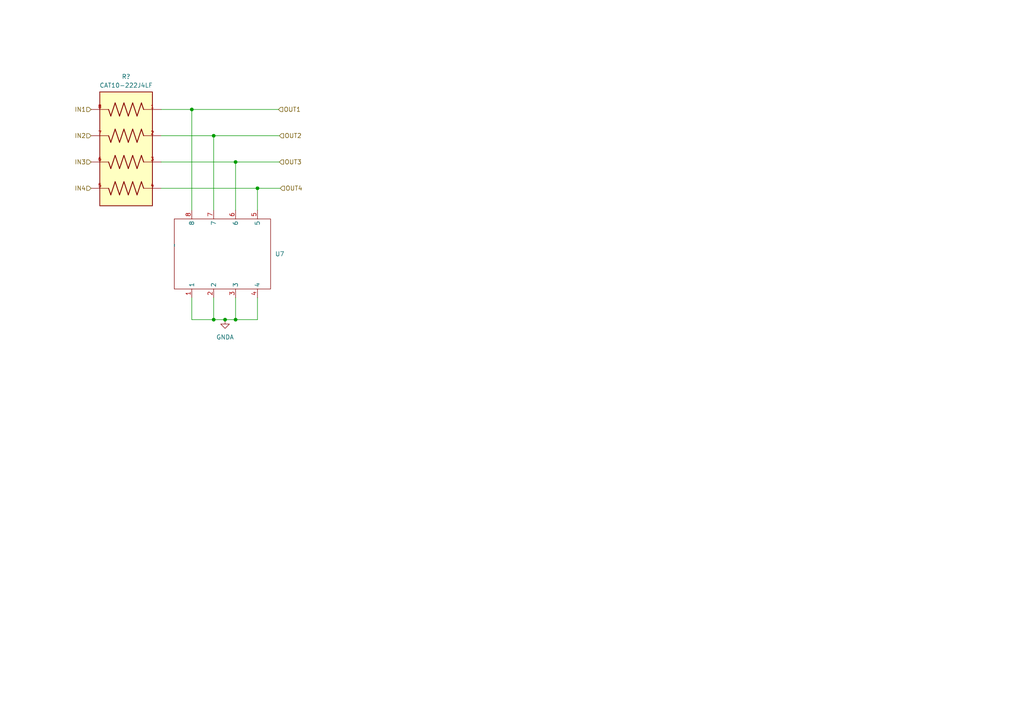
<source format=kicad_sch>
(kicad_sch (version 20230121) (generator eeschema)
  (paper "A4")
  (title_block (title "Monolith") (date "2023-12-09") (company "Monolith BCI"))
  (lib_symbols
    (symbol "CA0612KRX7R9BB102:CA0612KRX7R9BB102"
      (property "Reference" "U" (at 0 0 0))
      (symbol "CA0612KRX7R9BB102_0_1"
        (rectangle (start -10.16 13.97) (end 10.16 -13.97))
      )
      (symbol "CA0612KRX7R9BB102_1_1"
        (pin input line (at -12.7 8.89 0) (length 2.54) (name "1") (number "1"))
        (pin input line (at -12.7 2.54 0) (length 2.54) (name "2") (number "2"))
        (pin input line (at -12.7 -3.81 0) (length 2.54) (name "3") (number "3"))
        (pin input line (at -12.7 -10.16 0) (length 2.54) (name "4") (number "4"))
        (pin input line (at 12.7 -10.16 180) (length 2.54) (name "5") (number "5"))
        (pin input line (at 12.7 -3.81 180) (length 2.54) (name "6") (number "6"))
        (pin input line (at 12.7 2.54 180) (length 2.54) (name "7") (number "7"))
        (pin input line (at 12.7 8.89 180) (length 2.54) (name "8") (number "8"))
      )
    )
    (symbol "CAT10-222J4LF:CAT10-222J4LF" (pin_names (offset 1.016))
      (property "Reference" "R" (at -7.62 16.51 0))
      (property "Value" "CAT10-222J4LF" (at -7.62 -21.59 0))
      (symbol "CAT10-222J4LF_0_0"
        (rectangle (start -7.62 -17.78) (end 7.62 15.24) (stroke (width 0.254)) (fill (type background)))
        (polyline (pts (xy -5.08 -12.7) (xy -4.445 -10.795)) (stroke (width 0.254)))
        (polyline (pts (xy -5.08 -5.08) (xy -4.445 -3.175)) (stroke (width 0.254)))
        (polyline (pts (xy -5.08 2.54) (xy -4.445 4.445)) (stroke (width 0.254)))
        (polyline (pts (xy -5.08 10.16) (xy -4.445 12.065)) (stroke (width 0.254)))
        (polyline (pts (xy -4.445 -10.795) (xy -3.175 -14.605)) (stroke (width 0.254)))
        (polyline (pts (xy -4.445 -3.175) (xy -3.175 -6.985)) (stroke (width 0.254)))
        (polyline (pts (xy -4.445 4.445) (xy -3.175 0.635)) (stroke (width 0.254)))
        (polyline (pts (xy -4.445 12.065) (xy -3.175 8.255)) (stroke (width 0.254)))
        (polyline (pts (xy -3.175 -14.605) (xy -1.905 -10.795)) (stroke (width 0.254)))
        (polyline (pts (xy -3.175 -6.985) (xy -1.905 -3.175)) (stroke (width 0.254)))
        (polyline (pts (xy -3.175 0.635) (xy -1.905 4.445)) (stroke (width 0.254)))
        (polyline (pts (xy -3.175 8.255) (xy -1.905 12.065)) (stroke (width 0.254)))
        (polyline (pts (xy -1.905 -10.795) (xy -0.635 -14.605)) (stroke (width 0.254)))
        (polyline (pts (xy -1.905 -3.175) (xy -0.635 -6.985)) (stroke (width 0.254)))
        (polyline (pts (xy -1.905 4.445) (xy -0.635 0.635)) (stroke (width 0.254)))
        (polyline (pts (xy -1.905 12.065) (xy -0.635 8.255)) (stroke (width 0.254)))
        (polyline (pts (xy -0.635 -14.605) (xy 0.635 -10.795)) (stroke (width 0.254)))
        (polyline (pts (xy -0.635 -6.985) (xy 0.635 -3.175)) (stroke (width 0.254)))
        (polyline (pts (xy -0.635 0.635) (xy 0.635 4.445)) (stroke (width 0.254)))
        (polyline (pts (xy -0.635 8.255) (xy 0.635 12.065)) (stroke (width 0.254)))
        (polyline (pts (xy 0.635 -10.795) (xy 1.905 -14.605)) (stroke (width 0.254)))
        (polyline (pts (xy 0.635 -3.175) (xy 1.905 -6.985)) (stroke (width 0.254)))
        (polyline (pts (xy 0.635 4.445) (xy 1.905 0.635)) (stroke (width 0.254)))
        (polyline (pts (xy 0.635 12.065) (xy 1.905 8.255)) (stroke (width 0.254)))
        (polyline (pts (xy 1.905 -14.605) (xy 3.175 -10.795)) (stroke (width 0.254)))
        (polyline (pts (xy 1.905 -6.985) (xy 3.175 -3.175)) (stroke (width 0.254)))
        (polyline (pts (xy 1.905 0.635) (xy 3.175 4.445)) (stroke (width 0.254)))
        (polyline (pts (xy 1.905 8.255) (xy 3.175 12.065)) (stroke (width 0.254)))
        (polyline (pts (xy 3.175 -10.795) (xy 4.445 -14.605)) (stroke (width 0.254)))
        (polyline (pts (xy 3.175 -3.175) (xy 4.445 -6.985)) (stroke (width 0.254)))
        (polyline (pts (xy 3.175 4.445) (xy 4.445 0.635)) (stroke (width 0.254)))
        (polyline (pts (xy 3.175 12.065) (xy 4.445 8.255)) (stroke (width 0.254)))
        (polyline (pts (xy 4.445 -14.605) (xy 5.08 -12.7)) (stroke (width 0.254)))
        (polyline (pts (xy 4.445 -6.985) (xy 5.08 -5.08)) (stroke (width 0.254)))
        (polyline (pts (xy 4.445 0.635) (xy 5.08 2.54)) (stroke (width 0.254)))
        (polyline (pts (xy 4.445 8.255) (xy 5.08 10.16)) (stroke (width 0.254)))
        (pin passive line (at -10.16 10.16 0) (length 5.08) (name "~") (number "1"))
        (pin passive line (at -10.16 2.54 0) (length 5.08) (name "~") (number "2"))
        (pin passive line (at -10.16 -5.08 0) (length 5.08) (name "~") (number "3"))
        (pin passive line (at -10.16 -12.7 0) (length 5.08) (name "~") (number "4"))
        (pin passive line (at 10.16 -12.7 180) (length 5.08) (name "~") (number "5"))
        (pin passive line (at 10.16 -5.08 180) (length 5.08) (name "~") (number "6"))
        (pin passive line (at 10.16 2.54 180) (length 5.08) (name "~") (number "7"))
        (pin passive line (at 10.16 10.16 180) (length 5.08) (name "~") (number "8"))
      )
    )
    (symbol "power:GNDA" (power) (pin_names (offset 0))
      (property "Value" "GNDA" (at 0 -3.81 0))
      (symbol "GNDA_0_1"
        (polyline (pts (xy 0 0) (xy 0 -1.27) (xy 1.27 -1.27) (xy 0 -2.54) (xy -1.27 -1.27) (xy 0 -1.27)))
      )
      (symbol "GNDA_1_1"
        (pin power_in line (at 0 0 270) (length 0) hide (name "GNDA") (number "1"))
      )
    )
  )
  (junction (at 74.676 54.61))
  (junction (at 68.326 92.71))
  (junction (at 61.976 39.37))
  (junction (at 61.976 92.71))
  (junction (at 68.326 46.99))
  (junction (at 55.626 31.75))
  (junction (at 65.278 92.71))
  (wire (pts (xy 68.326 86.36) (xy 68.326 92.71)))
  (wire (pts (xy 68.326 46.99) (xy 46.736 46.99)))
  (wire (pts (xy 55.626 92.71) (xy 61.976 92.71)))
  (wire (pts (xy 61.976 92.71) (xy 65.278 92.71)))
  (wire (pts (xy 61.976 86.36) (xy 61.976 92.71)))
  (wire (pts (xy 81.026 39.37) (xy 61.976 39.37)))
  (wire (pts (xy 74.676 86.36) (xy 74.676 92.71)))
  (wire (pts (xy 74.676 54.61) (xy 74.676 60.96)))
  (wire (pts (xy 55.626 31.75) (xy 46.736 31.75)))
  (wire (pts (xy 80.772 31.75) (xy 55.626 31.75)))
  (wire (pts (xy 61.976 39.37) (xy 46.736 39.37)))
  (wire (pts (xy 81.28 54.61) (xy 74.676 54.61)))
  (wire (pts (xy 55.626 86.36) (xy 55.626 92.71)))
  (wire (pts (xy 55.626 31.75) (xy 55.626 60.96)))
  (wire (pts (xy 68.326 92.71) (xy 74.676 92.71)))
  (wire (pts (xy 81.026 46.99) (xy 68.326 46.99)))
  (wire (pts (xy 68.326 46.99) (xy 68.326 60.96)))
  (wire (pts (xy 74.676 54.61) (xy 46.736 54.61)))
  (wire (pts (xy 61.976 39.37) (xy 61.976 60.96)))
  (wire (pts (xy 65.278 92.71) (xy 68.326 92.71)))
  (hierarchical_label "OUT4" (shape input) (at 81.28 54.61 0))
  (hierarchical_label "IN1" (shape input) (at 26.416 31.75 180))
  (hierarchical_label "OUT1" (shape input) (at 80.772 31.75 0))
  (hierarchical_label "OUT3" (shape input) (at 81.026 46.99 0))
  (hierarchical_label "OUT2" (shape input) (at 81.026 39.37 0))
  (hierarchical_label "IN3" (shape input) (at 26.416 46.99 180))
  (hierarchical_label "IN4" (shape input) (at 26.416 54.61 180))
  (hierarchical_label "IN2" (shape input) (at 26.416 39.37 180))
  (symbol (lib_id "CA0612KRX7R9BB102:CA0612KRX7R9BB102") (at 64.516 73.66 90) (unit 1)
    (property "Reference" "U7" (at 79.756 73.66 90) (effects (justify right)))
    (property "Value" "~" (at 50.546 71.12 0))
    (property "Footprint" "CA0612KRX7R9BB102:CAP_CA0612_3P2X1P6_YAG" (effects hide))
    (property "LCSC" "C541606" (effects hide))
    (instances (project "Monolith" (path "" (reference "U7") (unit 1)) (path "" (reference "U8") (unit 1)) (path "" (reference "U9") (unit 1)) (path "" (reference "U10") (unit 1)) (path "" (reference "U11") (unit 1))))
  )
  (symbol (lib_id "CAT10-222J4LF:CAT10-222J4LF") (at 36.576 41.91 0) (mirror y) (unit 1)
    (property "Reference" "R?" (at 36.576 22.225 0))
    (property "Value" "CAT10-222J4LF" (at 36.576 24.765 0))
    (property "Footprint" "CAT10-222J4LF:RESCAV50P200X100X55-8N" (effects hide))
    (property "DigiKey_Part_Number" "CAT10-222J4LFTR-ND" (effects hide))
    (property "MF" "Bourns" (effects hide))
    (property "MAXIMUM_PACKAGE_HEIGHT" "0.55 mm" (effects hide))
    (property "Package" "0804 Bourns" (effects hide))
    (property "Check_prices" "https://www.snapeda.com/parts/CAT10-222J4LF/Bourns/view-part/?ref=eda" (effects hide))
    (property "STANDARD" "IPC 7351B" (effects hide))
    (property "PARTREV" "07/20" (effects hide))
    (property "SnapEDA_Link" "https://www.snapeda.com/parts/CAT10-222J4LF/Bourns/view-part/?ref=snap" (effects hide))
    (property "MP" "CAT10-222J4LF" (effects hide))
    (property "Purchase-URL" "https://www.snapeda.com/api/url_track_click_mouser/?unipart_id=1383677&manufacturer=Bourns&part_name=CAT10-222J4LF&search_term=bourns cat10-222j4lf" (effects hide))
    (property "Description" "\n2.2k Ohm ±5% 62.5mW Power Per Element Isolated 4 Resistor Network/Array ±250ppm/°C 0805 (2012 Metric), Long Side Terminals\n" (effects hide))
    (property "MANUFACTURER" "Bourns" (effects hide))
    (property "LCSC" "C148505" (effects hide))
    (instances (project "Monolith" (path "" (reference "R?") (unit 1)) (path "" (reference "R2") (unit 1)) (path "" (reference "R1") (unit 1)) (path "" (reference "R3") (unit 1)) (path "" (reference "R4") (unit 1)) (path "" (reference "R5") (unit 1))))
  )
  (symbol (lib_id "power:GNDA") (at 65.278 92.71 0) (unit 1)
    (property "Reference" "#PWR02" (effects hide))
    (property "Value" "GNDA" (at 65.278 97.79 0))
    (instances (project "Monolith" (path "" (reference "#PWR02") (unit 1)) (path "" (reference "#PWR01") (unit 1)) (path "" (reference "#PWR03") (unit 1)) (path "" (reference "#PWR04") (unit 1)) (path "" (reference "#PWR05") (unit 1))))
  )
)
</source>
